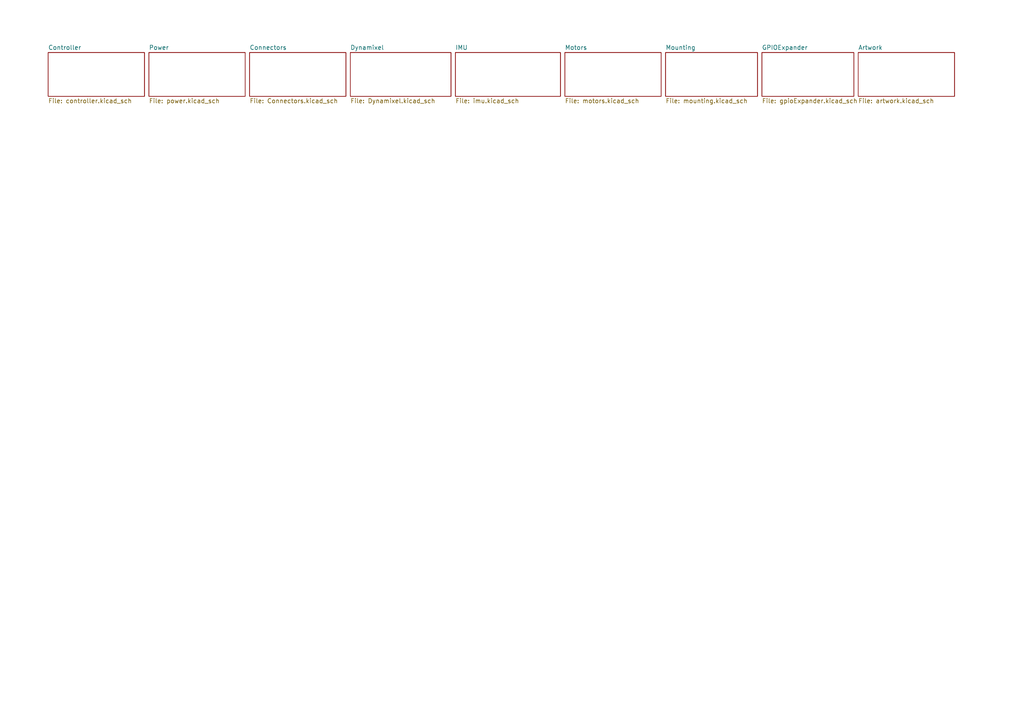
<source format=kicad_sch>
(kicad_sch (version 20230121) (generator eeschema)
  (paper "A4")
  (lib_symbols)
  (sheet (at 132.08 15.24) (size 30.48 12.7) (stroke (width 0.1524))
    (property "Sheetname" "IMU" (at 132.08 14.5284 0) (effects (justify left bottom)))
    (property "Sheetfile" "imu.kicad_sch" (at 132.08 28.5246 0) (effects (justify left top)))
  )
  (sheet (at 43.18 15.24) (size 27.94 12.7) (stroke (width 0.1524))
    (property "Sheetname" "Power" (at 43.18 14.5284 0) (effects (justify left bottom)))
    (property "Sheetfile" "power.kicad_sch" (at 43.18 28.5246 0) (effects (justify left top)))
  )
  (sheet (at 248.92 15.24) (size 27.94 12.7) (stroke (width 0.1524))
    (property "Sheetname" "Artwork" (at 248.92 14.5284 0) (effects (justify left bottom)))
    (property "Sheetfile" "artwork.kicad_sch" (at 248.92 28.5246 0) (effects (justify left top)))
  )
  (sheet (at 101.6 15.24) (size 29.21 12.7) (stroke (width 0.1524))
    (property "Sheetname" "Dynamixel" (at 101.6 14.5284 0) (effects (justify left bottom)))
    (property "Sheetfile" "Dynamixel.kicad_sch" (at 101.6 28.5246 0) (effects (justify left top)))
  )
  (sheet (at 13.97 15.24) (size 27.94 12.7) (stroke (width 0.1524))
    (property "Sheetname" "Controller" (at 13.97 14.5284 0) (effects (justify left bottom)))
    (property "Sheetfile" "controller.kicad_sch" (at 13.97 28.5246 0) (effects (justify left top)))
  )
  (sheet (at 220.98 15.24) (size 26.67 12.7) (stroke (width 0.1524))
    (property "Sheetname" "GPIOExpander" (at 220.98 14.5284 0) (effects (justify left bottom)))
    (property "Sheetfile" "gpioExpander.kicad_sch" (at 220.98 28.5246 0) (effects (justify left top)))
  )
  (sheet (at 72.39 15.24) (size 27.94 12.7) (stroke (width 0.1524))
    (property "Sheetname" "Connectors" (at 72.39 14.5284 0) (effects (justify left bottom)))
    (property "Sheetfile" "Connectors.kicad_sch" (at 72.39 28.5246 0) (effects (justify left top)))
  )
  (sheet (at 193.04 15.24) (size 26.67 12.7) (stroke (width 0.1524))
    (property "Sheetname" "Mounting" (at 193.04 14.5284 0) (effects (justify left bottom)))
    (property "Sheetfile" "mounting.kicad_sch" (at 193.04 28.5246 0) (effects (justify left top)))
  )
  (sheet (at 163.83 15.24) (size 27.94 12.7) (stroke (width 0.1524))
    (property "Sheetname" "Motors" (at 163.83 14.5284 0) (effects (justify left bottom)))
    (property "Sheetfile" "motors.kicad_sch" (at 163.83 28.5246 0) (effects (justify left top)))
  )
)
</source>
